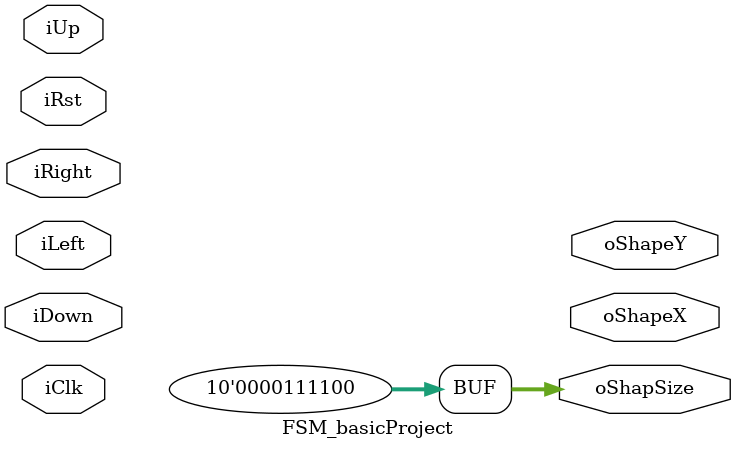
<source format=v>
`timescale 1ns / 1ps

module FSM_basicProject(
input wire iClk, iRst, iDown, iUp, iLeft, iRight,
output wire [9 : 0] oShapeX, oShapeY, oShapSize
    );
reg [9:0] rShapeX_current, rShapeX_next;
reg [9:0] rShapeY_current, rShapeY_next;
assign oShapSize = 60;


always @(posedge  iClk)
begin
    if(iRst == 1)
    begin
    rShapeX_current <=0;
    rShapeY_current <=0;
    end
    
    else
    begin
     rShapeX_current <= rShapeX_next;
     rShapeY_current <= rShapeY_next;
    end
end
always  @(*)
begin
if(iLeft && rShapeX_current != 0)
    rShapeX_next <= rShapeX_current - 1;
else if(iRight && rShapeX_current != 580)
    rShapeX_next <= rShapeX_current + 1;
else
    rShapeX_next <= rShapeX_current;
end

always @(*)
begin
if(iDown && rShapeY_current != 0)
    rShapeY_next <= rShapeY_current - 1;
else if(iUp && rShapeY_current != 420)
    rShapeY_next <= rShapeY_current + 1;
else
    rShapeY_next <= rShapeY_current; 
end
endmodule

</source>
